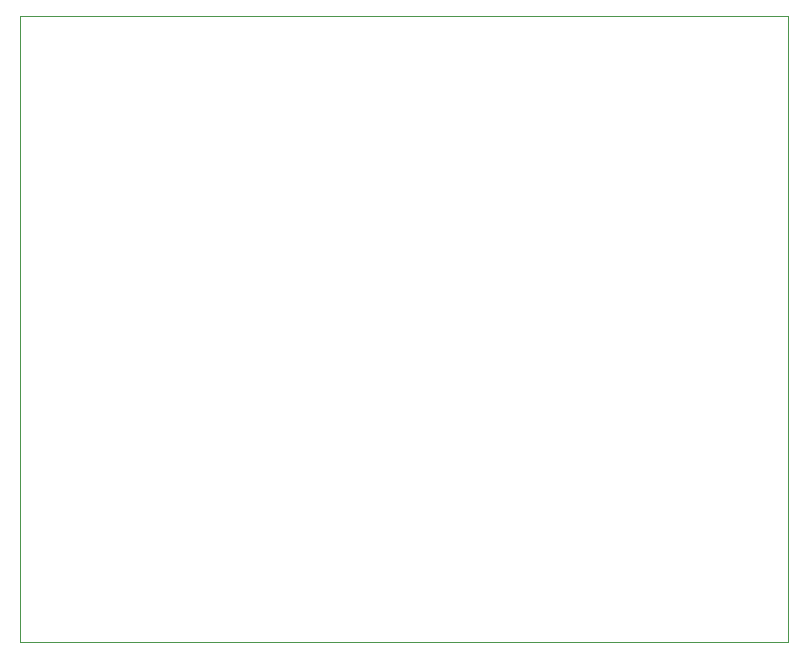
<source format=gm1>
%FSLAX25Y25*%
%MOIN*%
G70*
G01*
G75*
G04 Layer_Color=16711935*
%ADD10R,0.02953X0.01378*%
%ADD11R,0.13780X0.10236*%
%ADD12R,0.02756X0.03543*%
%ADD13R,0.02953X0.03150*%
%ADD14R,0.03150X0.02953*%
%ADD15R,0.03543X0.02756*%
%ADD16R,0.02559X0.05315*%
%ADD17R,0.02953X0.00984*%
%ADD18O,0.01969X0.00787*%
%ADD19O,0.00787X0.01969*%
%ADD20R,0.06693X0.06063*%
%ADD21O,0.05709X0.02362*%
%ADD22R,0.07087X0.03937*%
%ADD23C,0.00598*%
%ADD24C,0.02016*%
%ADD25C,0.01000*%
%ADD26C,0.05906*%
%ADD27R,0.05906X0.05906*%
%ADD28C,0.02362*%
%ADD29C,0.00394*%
%ADD30C,0.00984*%
%ADD31C,0.02362*%
%ADD32C,0.00600*%
%ADD33C,0.00787*%
%ADD34R,0.14579X0.11036*%
%ADD35R,0.03556X0.04343*%
%ADD36R,0.03753X0.03950*%
%ADD37R,0.03950X0.03753*%
%ADD38R,0.04343X0.03556*%
%ADD39R,0.03359X0.06115*%
%ADD40O,0.02769X0.01587*%
%ADD41O,0.01587X0.02769*%
%ADD42R,0.07493X0.06863*%
%ADD43O,0.06509X0.03162*%
%ADD44R,0.07887X0.04737*%
%ADD45C,0.06706*%
%ADD46R,0.06706X0.06706*%
%ADD47C,0.03162*%
D29*
X0Y0D02*
X255906D01*
Y208661D01*
X0D02*
X255906D01*
X0Y0D02*
Y208661D01*
M02*

</source>
